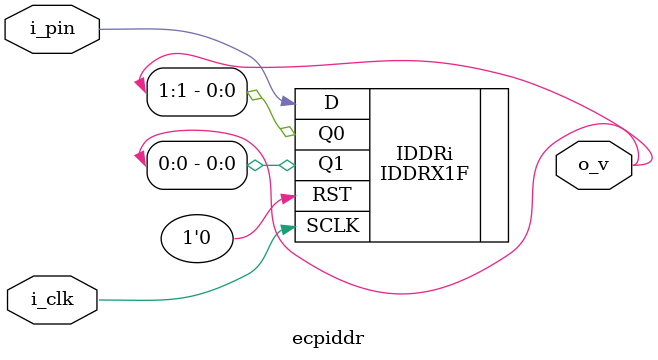
<source format=v>
`default_nettype	none
module	ecpiddr(i_clk, i_pin, o_v);
	input	wire		i_clk;
	input	wire		i_pin;
	output	wire	[1:0]	o_v;

	IDDRX1F IDDRi(
		.RST(1'b0),
		.SCLK(i_clk),
		.D(i_pin),
		.Q1(o_v[0]),	// Q1 comes first
		.Q0(o_v[1]));	// then Q0

endmodule

</source>
